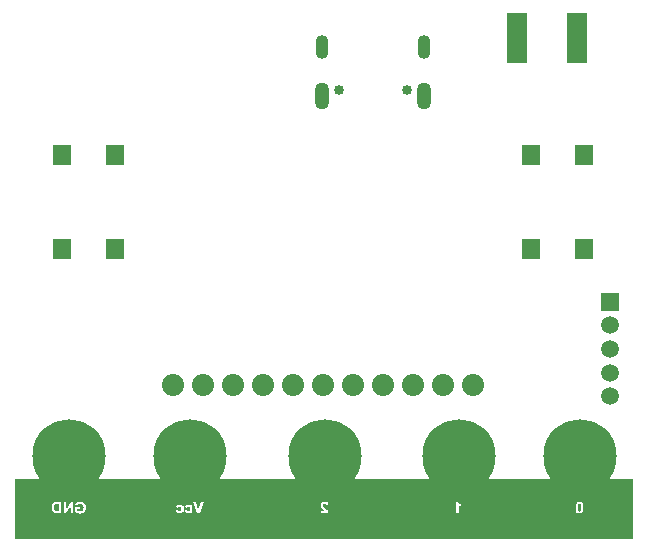
<source format=gbs>
G04*
G04 #@! TF.GenerationSoftware,Altium Limited,Altium Designer,24.1.2 (44)*
G04*
G04 Layer_Color=16711935*
%FSLAX43Y43*%
%MOMM*%
G71*
G04*
G04 #@! TF.SameCoordinates,A9818493-9DB4-4393-B726-FC6D1410B1DB*
G04*
G04*
G04 #@! TF.FilePolarity,Negative*
G04*
G01*
G75*
%ADD30R,1.000X5.000*%
%ADD54R,1.724X4.264*%
%ADD59C,1.876*%
%ADD60C,1.500*%
%ADD61C,6.200*%
%ADD62C,0.850*%
%ADD63O,1.100X2.000*%
%ADD64O,1.250X2.300*%
%ADD65R,1.500X1.500*%
%ADD84R,1.500X1.750*%
G36*
X6716Y6459D02*
Y6437D01*
Y6416D01*
Y6395D01*
Y6374D01*
Y6353D01*
Y6332D01*
Y6310D01*
Y6289D01*
Y6268D01*
Y6247D01*
Y6226D01*
Y6205D01*
Y6183D01*
Y6162D01*
Y6141D01*
Y6120D01*
Y6099D01*
Y6078D01*
Y6056D01*
X2081D01*
Y6078D01*
Y6099D01*
Y6120D01*
Y6141D01*
Y6162D01*
Y6183D01*
Y6205D01*
Y6226D01*
Y6247D01*
Y6268D01*
Y6289D01*
Y6310D01*
Y6332D01*
Y6353D01*
Y6374D01*
Y6395D01*
Y6416D01*
Y6437D01*
Y6459D01*
Y6480D01*
X6716D01*
Y6459D01*
D02*
G37*
G36*
X28306D02*
Y6437D01*
Y6416D01*
Y6395D01*
Y6374D01*
Y6353D01*
Y6332D01*
Y6310D01*
Y6289D01*
Y6268D01*
Y6247D01*
Y6226D01*
Y6205D01*
Y6183D01*
Y6162D01*
Y6141D01*
Y6120D01*
Y6099D01*
Y6078D01*
Y6056D01*
Y6035D01*
Y6014D01*
Y5993D01*
Y5972D01*
Y5951D01*
Y5929D01*
Y5908D01*
Y5887D01*
Y5866D01*
X23694D01*
Y5887D01*
Y5908D01*
Y5929D01*
Y5951D01*
Y5972D01*
Y5993D01*
Y6014D01*
Y6035D01*
Y6056D01*
Y6078D01*
Y6099D01*
Y6120D01*
Y6141D01*
Y6162D01*
Y6183D01*
Y6205D01*
Y6226D01*
Y6247D01*
Y6268D01*
Y6289D01*
Y6310D01*
Y6332D01*
Y6353D01*
Y6374D01*
Y6395D01*
Y6416D01*
Y6437D01*
Y6459D01*
Y6480D01*
X28306D01*
Y6459D01*
D02*
G37*
G36*
X49896D02*
Y6437D01*
Y6416D01*
Y6395D01*
Y6374D01*
Y6353D01*
Y6332D01*
Y6310D01*
Y6289D01*
Y6268D01*
Y6247D01*
Y6226D01*
Y6205D01*
Y6183D01*
Y6162D01*
Y6141D01*
Y6120D01*
Y6099D01*
Y6078D01*
Y6056D01*
Y6035D01*
Y6014D01*
Y5993D01*
Y5972D01*
Y5951D01*
Y5929D01*
Y5908D01*
Y5887D01*
Y5866D01*
Y5845D01*
Y5824D01*
Y5802D01*
Y5781D01*
Y5760D01*
Y5739D01*
Y5718D01*
X45284D01*
Y5739D01*
Y5760D01*
Y5781D01*
Y5802D01*
Y5824D01*
Y5845D01*
Y5866D01*
Y5887D01*
Y5908D01*
Y5929D01*
Y5951D01*
Y5972D01*
Y5993D01*
Y6014D01*
Y6035D01*
Y6056D01*
Y6078D01*
Y6099D01*
Y6120D01*
Y6141D01*
Y6162D01*
Y6183D01*
Y6205D01*
Y6226D01*
Y6247D01*
Y6268D01*
Y6289D01*
Y6310D01*
Y6332D01*
Y6353D01*
Y6374D01*
Y6395D01*
Y6416D01*
Y6437D01*
Y6459D01*
Y6480D01*
X49896D01*
Y6459D01*
D02*
G37*
G36*
X39696D02*
Y6437D01*
Y6416D01*
Y6395D01*
Y6374D01*
Y6353D01*
Y6332D01*
Y6310D01*
Y6289D01*
Y6268D01*
Y6247D01*
Y6226D01*
Y6205D01*
Y6183D01*
Y6162D01*
Y6141D01*
Y6120D01*
Y6099D01*
Y6078D01*
Y6056D01*
Y6035D01*
Y6014D01*
Y5993D01*
Y5972D01*
Y5951D01*
Y5929D01*
Y5908D01*
Y5887D01*
Y5866D01*
Y5845D01*
Y5824D01*
Y5802D01*
Y5781D01*
Y5760D01*
Y5739D01*
Y5718D01*
Y5697D01*
Y5675D01*
Y5654D01*
Y5633D01*
Y5612D01*
Y5591D01*
Y5570D01*
Y5548D01*
Y5527D01*
Y5506D01*
Y5485D01*
Y5464D01*
Y5443D01*
Y5421D01*
X35081D01*
Y5443D01*
Y5464D01*
Y5485D01*
Y5506D01*
Y5527D01*
Y5548D01*
Y5570D01*
Y5591D01*
Y5612D01*
Y5633D01*
Y5654D01*
Y5675D01*
Y5697D01*
Y5718D01*
Y5739D01*
Y5760D01*
Y5781D01*
Y5802D01*
Y5824D01*
Y5845D01*
Y5866D01*
Y5887D01*
Y5908D01*
Y5929D01*
Y5951D01*
Y5972D01*
Y5993D01*
Y6014D01*
Y6035D01*
Y6056D01*
Y6078D01*
Y6099D01*
Y6120D01*
Y6141D01*
Y6162D01*
Y6183D01*
Y6205D01*
Y6226D01*
Y6247D01*
Y6268D01*
Y6289D01*
Y6310D01*
Y6332D01*
Y6353D01*
Y6374D01*
Y6395D01*
Y6416D01*
Y6437D01*
Y6459D01*
Y6480D01*
X39696D01*
Y6459D01*
D02*
G37*
G36*
X16899D02*
Y6437D01*
Y6416D01*
Y6395D01*
Y6374D01*
Y6353D01*
Y6332D01*
Y6310D01*
Y6289D01*
Y6268D01*
Y6247D01*
Y6226D01*
Y6205D01*
Y6183D01*
Y6162D01*
Y6141D01*
Y6120D01*
Y6099D01*
Y6078D01*
Y6056D01*
Y6035D01*
Y6014D01*
Y5993D01*
Y5972D01*
Y5951D01*
Y5929D01*
Y5908D01*
Y5887D01*
Y5866D01*
Y5845D01*
Y5824D01*
Y5802D01*
Y5781D01*
Y5760D01*
Y5739D01*
Y5718D01*
Y5697D01*
Y5675D01*
Y5654D01*
Y5633D01*
Y5612D01*
Y5591D01*
Y5570D01*
Y5548D01*
Y5527D01*
Y5506D01*
Y5485D01*
Y5464D01*
Y5443D01*
Y5421D01*
Y5400D01*
Y5379D01*
X12284D01*
Y5400D01*
Y5421D01*
Y5443D01*
Y5464D01*
Y5485D01*
Y5506D01*
Y5527D01*
Y5548D01*
Y5570D01*
Y5591D01*
Y5612D01*
Y5633D01*
Y5654D01*
Y5675D01*
Y5697D01*
Y5718D01*
Y5739D01*
Y5760D01*
Y5781D01*
Y5802D01*
Y5824D01*
Y5845D01*
Y5866D01*
Y5887D01*
Y5908D01*
Y5929D01*
Y5951D01*
Y5972D01*
Y5993D01*
Y6014D01*
Y6035D01*
Y6056D01*
Y6078D01*
Y6099D01*
Y6120D01*
Y6141D01*
Y6162D01*
Y6183D01*
Y6205D01*
Y6226D01*
Y6247D01*
Y6268D01*
Y6289D01*
Y6310D01*
Y6332D01*
Y6353D01*
Y6374D01*
Y6395D01*
Y6416D01*
Y6437D01*
Y6459D01*
Y6480D01*
X16899D01*
Y6459D01*
D02*
G37*
G36*
X49900Y5030D02*
X52162D01*
Y-50D01*
X49622D01*
Y-40D01*
X45558D01*
Y-50D01*
X39462D01*
Y-40D01*
X35398D01*
Y-50D01*
X28032D01*
Y-40D01*
X23968D01*
Y-50D01*
X16602D01*
Y-40D01*
X12855D01*
Y-50D01*
X6505D01*
Y-40D01*
X2378D01*
Y-50D01*
X-162D01*
Y5030D01*
X2050D01*
Y5235D01*
X6660D01*
Y5030D01*
X12290D01*
Y5235D01*
X16900D01*
Y5030D01*
X23700D01*
Y5235D01*
X28310D01*
Y5030D01*
X35080D01*
Y5235D01*
X39690D01*
Y5030D01*
X45290D01*
Y5235D01*
X49900D01*
Y5030D01*
D02*
G37*
%LPC*%
G36*
X37599Y3087D02*
D01*
Y2840D01*
X37598D01*
X37596Y2841D01*
X37592Y2842D01*
X37586Y2844D01*
X37579Y2847D01*
X37572Y2850D01*
X37562Y2855D01*
X37551Y2860D01*
X37528Y2872D01*
X37502Y2887D01*
X37472Y2906D01*
X37441Y2930D01*
X37439Y2931D01*
X37436Y2933D01*
X37432Y2936D01*
X37427Y2941D01*
X37419Y2948D01*
X37412Y2956D01*
X37404Y2965D01*
X37394Y2975D01*
X37374Y2998D01*
X37355Y3025D01*
X37337Y3054D01*
X37330Y3070D01*
X37323Y3087D01*
X37599D01*
X37171D01*
Y2109D01*
X37358D01*
Y2811D01*
X37359Y2810D01*
X37362Y2807D01*
X37369Y2802D01*
X37376Y2795D01*
X37386Y2788D01*
X37398Y2779D01*
X37411Y2768D01*
X37427Y2757D01*
X37444Y2746D01*
X37462Y2734D01*
X37482Y2723D01*
X37503Y2711D01*
X37525Y2699D01*
X37549Y2689D01*
X37574Y2679D01*
X37599Y2670D01*
Y2109D01*
D01*
D01*
Y3087D01*
D02*
G37*
G36*
X26333D02*
X26008D01*
X26333D01*
Y2110D01*
X26331Y2113D01*
Y2118D01*
X26330Y2126D01*
X26328Y2134D01*
X26326Y2145D01*
X26324Y2156D01*
X26321Y2169D01*
X26312Y2197D01*
X26301Y2229D01*
X26287Y2262D01*
X26269Y2295D01*
X26268Y2296D01*
X26267Y2299D01*
X26263Y2304D01*
X26259Y2310D01*
X26252Y2319D01*
X26244Y2331D01*
X26234Y2342D01*
X26223Y2357D01*
X26210Y2373D01*
X26194Y2390D01*
X26177Y2410D01*
X26158Y2430D01*
X26137Y2452D01*
X26113Y2476D01*
X26087Y2502D01*
X26059Y2528D01*
X26058Y2529D01*
X26054Y2533D01*
X26047Y2540D01*
X26039Y2547D01*
X26028Y2557D01*
X26018Y2567D01*
X26005Y2580D01*
X25992Y2593D01*
X25965Y2619D01*
X25939Y2645D01*
X25929Y2657D01*
X25918Y2669D01*
X25910Y2679D01*
X25904Y2688D01*
Y2689D01*
X25901Y2690D01*
X25900Y2693D01*
X25897Y2697D01*
X25891Y2709D01*
X25883Y2724D01*
X25877Y2740D01*
X25871Y2760D01*
X25867Y2781D01*
X25864Y2802D01*
Y2803D01*
Y2805D01*
Y2808D01*
Y2812D01*
X25867Y2823D01*
X25869Y2838D01*
X25873Y2853D01*
X25878Y2868D01*
X25887Y2884D01*
X25898Y2898D01*
X25899Y2899D01*
X25905Y2903D01*
X25912Y2909D01*
X25923Y2915D01*
X25936Y2921D01*
X25952Y2926D01*
X25970Y2931D01*
X25991Y2932D01*
X26001D01*
X26011Y2930D01*
X26025Y2928D01*
X26040Y2923D01*
X26056Y2917D01*
X26072Y2907D01*
X26085Y2896D01*
X26086Y2894D01*
X26091Y2889D01*
X26096Y2881D01*
X26103Y2868D01*
X26110Y2853D01*
X26116Y2832D01*
X26121Y2808D01*
X26123Y2794D01*
X26124Y2780D01*
X26310Y2798D01*
Y2800D01*
X26309Y2804D01*
X26308Y2812D01*
X26306Y2823D01*
X26304Y2836D01*
X26301Y2850D01*
X26297Y2866D01*
X26291Y2883D01*
X26285Y2901D01*
X26278Y2919D01*
X26269Y2938D01*
X26260Y2956D01*
X26249Y2974D01*
X26236Y2991D01*
X26223Y3006D01*
X26207Y3019D01*
X26206Y3021D01*
X26203Y3023D01*
X26197Y3026D01*
X26191Y3030D01*
X26182Y3035D01*
X26172Y3041D01*
X26160Y3047D01*
X26147Y3053D01*
X26131Y3060D01*
X26115Y3066D01*
X26097Y3071D01*
X26077Y3077D01*
X26057Y3081D01*
X26035Y3084D01*
X26011Y3086D01*
X25987Y3087D01*
X25677D01*
X25973D01*
X25963Y3086D01*
X25951Y3085D01*
X25937Y3083D01*
X25921Y3081D01*
X25905Y3078D01*
X25887Y3073D01*
X25869Y3068D01*
X25850Y3062D01*
X25831Y3054D01*
X25813Y3045D01*
X25795Y3034D01*
X25777Y3023D01*
X25761Y3009D01*
X25760Y3008D01*
X25758Y3006D01*
X25753Y3000D01*
X25748Y2995D01*
X25742Y2988D01*
X25734Y2978D01*
X25727Y2968D01*
X25719Y2955D01*
X25711Y2942D01*
X25704Y2928D01*
X25696Y2912D01*
X25690Y2895D01*
X25685Y2876D01*
X25681Y2857D01*
X25678Y2837D01*
X25677Y2816D01*
Y2804D01*
X25678Y2799D01*
Y2791D01*
X25681Y2775D01*
X25684Y2755D01*
X25688Y2734D01*
X25693Y2712D01*
X25702Y2690D01*
Y2689D01*
X25703Y2688D01*
X25704Y2683D01*
X25706Y2679D01*
X25709Y2674D01*
X25712Y2668D01*
X25720Y2652D01*
X25730Y2634D01*
X25743Y2613D01*
X25759Y2589D01*
X25777Y2565D01*
X25779Y2563D01*
X25783Y2557D01*
X25793Y2547D01*
X25804Y2533D01*
X25813Y2525D01*
X25821Y2515D01*
X25832Y2506D01*
X25842Y2494D01*
X25855Y2483D01*
X25869Y2469D01*
X25883Y2455D01*
X25899Y2440D01*
X25900Y2439D01*
X25904Y2437D01*
X25908Y2433D01*
X25913Y2428D01*
X25920Y2421D01*
X25929Y2414D01*
X25947Y2397D01*
X25966Y2379D01*
X25984Y2361D01*
X25992Y2353D01*
X26000Y2345D01*
X26006Y2338D01*
X26011Y2333D01*
X26012Y2332D01*
X26016Y2328D01*
X26020Y2323D01*
X26025Y2317D01*
X26030Y2308D01*
X26037Y2300D01*
X26049Y2282D01*
X25677D01*
Y2109D01*
X26333D01*
Y3087D01*
D02*
G37*
G36*
X47595Y3096D02*
X47589D01*
X47582Y3095D01*
X47572D01*
X47561Y3093D01*
X47547Y3091D01*
X47531Y3088D01*
X47514Y3083D01*
X47497Y3078D01*
X47479Y3072D01*
X47460Y3063D01*
X47442Y3054D01*
X47424Y3042D01*
X47406Y3028D01*
X47389Y3013D01*
X47374Y2995D01*
X47373Y2994D01*
X47369Y2989D01*
X47365Y2982D01*
X47359Y2971D01*
X47351Y2959D01*
X47343Y2942D01*
X47334Y2923D01*
X47326Y2900D01*
X47318Y2874D01*
X47308Y2845D01*
X47301Y2812D01*
X47293Y2776D01*
X47287Y2737D01*
X47283Y2693D01*
X47280Y2647D01*
X47278Y2597D01*
Y2100D01*
D01*
Y2578D01*
X47280Y2571D01*
Y2562D01*
Y2552D01*
X47282Y2530D01*
X47284Y2503D01*
X47287Y2475D01*
X47290Y2444D01*
X47295Y2411D01*
X47302Y2379D01*
X47310Y2345D01*
X47319Y2312D01*
X47330Y2281D01*
X47343Y2251D01*
X47358Y2223D01*
X47375Y2199D01*
X47376Y2198D01*
X47378Y2195D01*
X47383Y2189D01*
X47389Y2183D01*
X47397Y2176D01*
X47407Y2167D01*
X47419Y2159D01*
X47432Y2149D01*
X47446Y2140D01*
X47463Y2131D01*
X47481Y2123D01*
X47501Y2115D01*
X47523Y2109D01*
X47546Y2104D01*
X47570Y2101D01*
X47595Y2100D01*
X47278D01*
X47602D01*
X47609Y2101D01*
X47619Y2102D01*
X47631Y2103D01*
X47645Y2105D01*
X47661Y2109D01*
X47678Y2113D01*
X47696Y2119D01*
X47714Y2126D01*
X47733Y2136D01*
X47752Y2145D01*
X47771Y2158D01*
X47790Y2173D01*
X47808Y2189D01*
X47825Y2208D01*
X47826Y2210D01*
X47828Y2214D01*
X47833Y2220D01*
X47839Y2230D01*
X47845Y2242D01*
X47852Y2258D01*
X47860Y2277D01*
X47868Y2298D01*
X47877Y2324D01*
X47884Y2352D01*
X47891Y2384D01*
X47898Y2420D01*
X47903Y2459D01*
X47907Y2502D01*
X47910Y2549D01*
X47911Y2599D01*
Y2537D01*
Y2628D01*
Y2618D01*
X47910Y2626D01*
Y2634D01*
Y2644D01*
X47908Y2667D01*
X47906Y2692D01*
X47903Y2721D01*
X47900Y2752D01*
X47895Y2784D01*
X47888Y2817D01*
X47881Y2850D01*
X47871Y2883D01*
X47861Y2914D01*
X47848Y2944D01*
X47833Y2971D01*
X47816Y2996D01*
X47815Y2997D01*
X47812Y3000D01*
X47808Y3005D01*
X47802Y3012D01*
X47793Y3019D01*
X47784Y3027D01*
X47772Y3037D01*
X47759Y3046D01*
X47744Y3055D01*
X47728Y3064D01*
X47710Y3073D01*
X47690Y3080D01*
X47668Y3087D01*
X47645Y3092D01*
X47621Y3095D01*
X47595Y3096D01*
D02*
G37*
G36*
X14824Y2841D02*
D01*
Y2477D01*
X14823Y2487D01*
Y2499D01*
X14821Y2513D01*
X14818Y2530D01*
X14816Y2549D01*
X14812Y2570D01*
X14807Y2592D01*
X14802Y2614D01*
X14794Y2636D01*
X14785Y2659D01*
X14774Y2681D01*
X14762Y2704D01*
X14748Y2724D01*
X14732Y2743D01*
X14731Y2744D01*
X14728Y2747D01*
X14722Y2752D01*
X14715Y2758D01*
X14705Y2766D01*
X14695Y2773D01*
X14681Y2783D01*
X14666Y2792D01*
X14649Y2801D01*
X14630Y2810D01*
X14610Y2818D01*
X14588Y2826D01*
X14564Y2831D01*
X14538Y2837D01*
X14511Y2840D01*
X14482Y2841D01*
X14158D01*
X14470D01*
X14461Y2840D01*
X14450Y2839D01*
X14438Y2838D01*
X14423Y2837D01*
X14409Y2833D01*
X14376Y2827D01*
X14342Y2818D01*
X14325Y2811D01*
X14308Y2804D01*
X14292Y2794D01*
X14278Y2785D01*
X14276Y2784D01*
X14274Y2783D01*
X14270Y2780D01*
X14265Y2774D01*
X14258Y2769D01*
X14251Y2762D01*
X14244Y2753D01*
X14235Y2744D01*
X14227Y2732D01*
X14217Y2719D01*
X14208Y2706D01*
X14199Y2691D01*
X14190Y2674D01*
X14182Y2657D01*
X14174Y2637D01*
X14168Y2617D01*
X14351Y2584D01*
Y2585D01*
Y2586D01*
X14354Y2593D01*
X14357Y2603D01*
X14360Y2615D01*
X14366Y2627D01*
X14374Y2641D01*
X14383Y2654D01*
X14395Y2665D01*
X14396Y2667D01*
X14401Y2670D01*
X14407Y2675D01*
X14418Y2680D01*
X14430Y2684D01*
X14444Y2690D01*
X14461Y2693D01*
X14480Y2694D01*
X14487D01*
X14492Y2693D01*
X14497D01*
X14505Y2692D01*
X14521Y2688D01*
X14538Y2682D01*
X14556Y2674D01*
X14574Y2661D01*
X14583Y2654D01*
X14591Y2645D01*
Y2644D01*
X14593Y2643D01*
X14596Y2640D01*
X14598Y2636D01*
X14601Y2631D01*
X14604Y2624D01*
X14608Y2616D01*
X14611Y2607D01*
X14616Y2597D01*
X14620Y2584D01*
X14623Y2571D01*
X14626Y2557D01*
X14628Y2541D01*
X14630Y2523D01*
X14633Y2504D01*
Y2484D01*
Y2483D01*
Y2478D01*
Y2472D01*
X14631Y2464D01*
Y2453D01*
X14630Y2441D01*
X14629Y2429D01*
X14627Y2414D01*
X14622Y2385D01*
X14616Y2356D01*
X14610Y2342D01*
X14605Y2328D01*
X14599Y2317D01*
X14591Y2306D01*
Y2305D01*
X14589Y2304D01*
X14584Y2298D01*
X14574Y2290D01*
X14561Y2281D01*
X14545Y2271D01*
X14526Y2263D01*
X14503Y2257D01*
X14490Y2256D01*
X14477Y2254D01*
X14469D01*
X14458Y2257D01*
X14447Y2259D01*
X14433Y2262D01*
X14418Y2267D01*
X14404Y2275D01*
X14391Y2284D01*
X14389Y2285D01*
X14385Y2290D01*
X14379Y2298D01*
X14372Y2308D01*
X14364Y2323D01*
X14356Y2341D01*
X14348Y2363D01*
X14342Y2389D01*
X14158Y2357D01*
Y2356D01*
X14159Y2352D01*
X14161Y2345D01*
X14164Y2336D01*
X14168Y2325D01*
X14172Y2314D01*
X14177Y2300D01*
X14183Y2285D01*
X14198Y2254D01*
X14207Y2239D01*
X14217Y2223D01*
X14229Y2207D01*
X14241Y2192D01*
X14254Y2178D01*
X14269Y2166D01*
X14270Y2165D01*
X14272Y2163D01*
X14278Y2159D01*
X14284Y2156D01*
X14292Y2151D01*
X14302Y2146D01*
X14313Y2140D01*
X14326Y2134D01*
X14341Y2128D01*
X14357Y2122D01*
X14375Y2117D01*
X14395Y2112D01*
X14415Y2109D01*
X14437Y2105D01*
X14460Y2103D01*
X14486Y2102D01*
X14158D01*
X14492D01*
X14500Y2103D01*
X14511D01*
X14524Y2105D01*
X14540Y2108D01*
X14556Y2111D01*
X14574Y2115D01*
X14593Y2119D01*
X14614Y2126D01*
X14634Y2134D01*
X14655Y2144D01*
X14675Y2154D01*
X14695Y2168D01*
X14714Y2183D01*
X14732Y2200D01*
X14733Y2201D01*
X14736Y2204D01*
X14740Y2210D01*
X14747Y2217D01*
X14753Y2228D01*
X14760Y2240D01*
X14769Y2254D01*
X14777Y2270D01*
X14787Y2288D01*
X14794Y2308D01*
X14803Y2331D01*
X14809Y2355D01*
X14815Y2381D01*
X14820Y2409D01*
X14823Y2438D01*
X14824Y2470D01*
Y2102D01*
D01*
D01*
Y2841D01*
D02*
G37*
G36*
X14066D02*
D01*
Y2477D01*
X14065Y2487D01*
Y2499D01*
X14063Y2513D01*
X14061Y2530D01*
X14059Y2549D01*
X14055Y2570D01*
X14049Y2592D01*
X14044Y2614D01*
X14037Y2636D01*
X14027Y2659D01*
X14017Y2681D01*
X14005Y2704D01*
X13990Y2724D01*
X13974Y2743D01*
X13973Y2744D01*
X13970Y2747D01*
X13965Y2752D01*
X13957Y2758D01*
X13948Y2766D01*
X13937Y2773D01*
X13924Y2783D01*
X13909Y2792D01*
X13892Y2801D01*
X13873Y2810D01*
X13853Y2818D01*
X13831Y2826D01*
X13806Y2831D01*
X13781Y2837D01*
X13753Y2840D01*
X13725Y2841D01*
X13400D01*
X13712D01*
X13704Y2840D01*
X13692Y2839D01*
X13681Y2838D01*
X13666Y2837D01*
X13651Y2833D01*
X13618Y2827D01*
X13584Y2818D01*
X13567Y2811D01*
X13551Y2804D01*
X13535Y2794D01*
X13520Y2785D01*
X13519Y2784D01*
X13517Y2783D01*
X13512Y2780D01*
X13507Y2774D01*
X13501Y2769D01*
X13493Y2762D01*
X13486Y2753D01*
X13478Y2744D01*
X13469Y2732D01*
X13460Y2719D01*
X13450Y2706D01*
X13442Y2691D01*
X13432Y2674D01*
X13425Y2657D01*
X13416Y2637D01*
X13410Y2617D01*
X13594Y2584D01*
Y2585D01*
Y2586D01*
X13596Y2593D01*
X13599Y2603D01*
X13602Y2615D01*
X13609Y2627D01*
X13616Y2641D01*
X13626Y2654D01*
X13637Y2665D01*
X13638Y2667D01*
X13644Y2670D01*
X13650Y2675D01*
X13660Y2680D01*
X13672Y2684D01*
X13687Y2690D01*
X13704Y2693D01*
X13723Y2694D01*
X13729D01*
X13734Y2693D01*
X13740D01*
X13747Y2692D01*
X13763Y2688D01*
X13781Y2682D01*
X13799Y2674D01*
X13817Y2661D01*
X13825Y2654D01*
X13834Y2645D01*
Y2644D01*
X13836Y2643D01*
X13838Y2640D01*
X13840Y2636D01*
X13843Y2631D01*
X13846Y2624D01*
X13851Y2616D01*
X13854Y2607D01*
X13858Y2597D01*
X13862Y2584D01*
X13865Y2571D01*
X13869Y2557D01*
X13871Y2541D01*
X13873Y2523D01*
X13875Y2504D01*
Y2484D01*
Y2483D01*
Y2478D01*
Y2472D01*
X13874Y2464D01*
Y2453D01*
X13873Y2441D01*
X13872Y2429D01*
X13870Y2414D01*
X13864Y2385D01*
X13858Y2356D01*
X13853Y2342D01*
X13847Y2328D01*
X13841Y2317D01*
X13834Y2306D01*
Y2305D01*
X13832Y2304D01*
X13826Y2298D01*
X13817Y2290D01*
X13803Y2281D01*
X13787Y2271D01*
X13768Y2263D01*
X13745Y2257D01*
X13732Y2256D01*
X13720Y2254D01*
X13711D01*
X13701Y2257D01*
X13689Y2259D01*
X13675Y2262D01*
X13660Y2267D01*
X13647Y2275D01*
X13633Y2284D01*
X13632Y2285D01*
X13628Y2290D01*
X13621Y2298D01*
X13614Y2308D01*
X13607Y2323D01*
X13598Y2341D01*
X13591Y2363D01*
X13584Y2389D01*
X13400Y2357D01*
Y2356D01*
X13402Y2352D01*
X13404Y2345D01*
X13407Y2336D01*
X13410Y2325D01*
X13414Y2314D01*
X13420Y2300D01*
X13426Y2285D01*
X13441Y2254D01*
X13449Y2239D01*
X13460Y2223D01*
X13471Y2207D01*
X13483Y2192D01*
X13497Y2178D01*
X13511Y2166D01*
X13512Y2165D01*
X13515Y2163D01*
X13520Y2159D01*
X13526Y2156D01*
X13535Y2151D01*
X13544Y2146D01*
X13556Y2140D01*
X13568Y2134D01*
X13583Y2128D01*
X13599Y2122D01*
X13617Y2117D01*
X13637Y2112D01*
X13657Y2109D01*
X13679Y2105D01*
X13703Y2103D01*
X13728Y2102D01*
X13400D01*
X13734D01*
X13743Y2103D01*
X13753D01*
X13766Y2105D01*
X13782Y2108D01*
X13799Y2111D01*
X13817Y2115D01*
X13836Y2119D01*
X13856Y2126D01*
X13876Y2134D01*
X13897Y2144D01*
X13917Y2154D01*
X13937Y2168D01*
X13956Y2183D01*
X13974Y2200D01*
X13975Y2201D01*
X13978Y2204D01*
X13983Y2210D01*
X13989Y2217D01*
X13995Y2228D01*
X14003Y2240D01*
X14011Y2254D01*
X14020Y2270D01*
X14029Y2288D01*
X14037Y2308D01*
X14045Y2331D01*
X14051Y2355D01*
X14058Y2381D01*
X14062Y2409D01*
X14065Y2438D01*
X14066Y2470D01*
Y2102D01*
D01*
D01*
Y2841D01*
D02*
G37*
G36*
X4706Y3087D02*
X4161D01*
X4516D01*
X4115Y2431D01*
Y3087D01*
X3933D01*
Y2111D01*
X4129D01*
X4525Y2752D01*
Y2111D01*
X4706D01*
Y3087D01*
D02*
G37*
G36*
X15790Y3093D02*
X15577D01*
X15330Y2372D01*
X15091Y3093D01*
X15261D01*
X14882D01*
D01*
X15231Y2118D01*
X15442D01*
X15790Y3093D01*
D02*
G37*
G36*
X5802Y3102D02*
X4890D01*
X5300D01*
X5289Y3101D01*
X5273Y3100D01*
X5255Y3098D01*
X5236Y3096D01*
X5215Y3093D01*
X5192Y3089D01*
X5169Y3083D01*
X5146Y3078D01*
X5122Y3071D01*
X5098Y3061D01*
X5076Y3052D01*
X5055Y3040D01*
X5035Y3026D01*
X5034Y3025D01*
X5031Y3023D01*
X5025Y3019D01*
X5018Y3013D01*
X5011Y3004D01*
X5001Y2996D01*
X4991Y2984D01*
X4980Y2971D01*
X4968Y2958D01*
X4958Y2942D01*
X4946Y2924D01*
X4936Y2906D01*
X4926Y2886D01*
X4917Y2864D01*
X4909Y2840D01*
X4903Y2816D01*
X5098Y2779D01*
Y2780D01*
X5099Y2782D01*
X5100Y2786D01*
X5103Y2791D01*
X5105Y2797D01*
X5108Y2804D01*
X5116Y2820D01*
X5127Y2838D01*
X5141Y2857D01*
X5156Y2875D01*
X5177Y2892D01*
X5178D01*
X5179Y2894D01*
X5182Y2896D01*
X5187Y2898D01*
X5192Y2902D01*
X5199Y2906D01*
X5207Y2909D01*
X5216Y2913D01*
X5236Y2921D01*
X5260Y2928D01*
X5287Y2932D01*
X5318Y2934D01*
X5331D01*
X5339Y2933D01*
X5350Y2932D01*
X5362Y2930D01*
X5377Y2927D01*
X5392Y2924D01*
X5408Y2920D01*
X5425Y2914D01*
X5442Y2908D01*
X5459Y2900D01*
X5476Y2890D01*
X5492Y2879D01*
X5508Y2867D01*
X5523Y2852D01*
X5524Y2851D01*
X5526Y2848D01*
X5530Y2844D01*
X5535Y2836D01*
X5541Y2828D01*
X5547Y2817D01*
X5554Y2805D01*
X5561Y2791D01*
X5569Y2775D01*
X5575Y2757D01*
X5581Y2737D01*
X5588Y2715D01*
X5592Y2691D01*
X5596Y2666D01*
X5598Y2639D01*
X5599Y2609D01*
Y2607D01*
Y2602D01*
X5598Y2592D01*
Y2580D01*
X5597Y2566D01*
X5595Y2550D01*
X5593Y2531D01*
X5590Y2511D01*
X5585Y2491D01*
X5580Y2468D01*
X5574Y2447D01*
X5566Y2425D01*
X5558Y2404D01*
X5547Y2384D01*
X5536Y2365D01*
X5522Y2348D01*
X5521Y2347D01*
X5519Y2345D01*
X5514Y2340D01*
X5508Y2334D01*
X5500Y2328D01*
X5491Y2320D01*
X5480Y2313D01*
X5468Y2305D01*
X5454Y2296D01*
X5439Y2289D01*
X5423Y2281D01*
X5405Y2275D01*
X5385Y2270D01*
X5365Y2266D01*
X5343Y2262D01*
X5320Y2261D01*
X5310D01*
X5304Y2262D01*
X5297D01*
X5281Y2264D01*
X5262Y2268D01*
X5242Y2272D01*
X5220Y2277D01*
X5197Y2286D01*
X5196D01*
X5193Y2287D01*
X5190Y2288D01*
X5186Y2290D01*
X5174Y2295D01*
X5160Y2303D01*
X5143Y2311D01*
X5125Y2320D01*
X5107Y2331D01*
X5089Y2344D01*
Y2468D01*
X5314D01*
Y2633D01*
X4890D01*
Y2243D01*
X4891Y2242D01*
X4893Y2241D01*
X4897Y2238D01*
X4902Y2234D01*
X4908Y2229D01*
X4916Y2222D01*
X4925Y2216D01*
X4936Y2208D01*
X4948Y2200D01*
X4961Y2192D01*
X4976Y2183D01*
X4993Y2175D01*
X5010Y2165D01*
X5029Y2157D01*
X5049Y2147D01*
X5070Y2139D01*
X5071D01*
X5075Y2137D01*
X5081Y2135D01*
X5090Y2131D01*
X5100Y2128D01*
X5113Y2124D01*
X5128Y2121D01*
X5144Y2117D01*
X5161Y2112D01*
X5180Y2108D01*
X5199Y2104D01*
X5220Y2101D01*
X5263Y2095D01*
X5285Y2094D01*
X5308Y2093D01*
X5322D01*
X5333Y2094D01*
X5347Y2095D01*
X5362Y2096D01*
X5379Y2099D01*
X5398Y2102D01*
X5418Y2105D01*
X5440Y2109D01*
X5462Y2114D01*
X5485Y2120D01*
X5508Y2127D01*
X5530Y2136D01*
X5553Y2145D01*
X5575Y2157D01*
X5576Y2158D01*
X5580Y2160D01*
X5585Y2163D01*
X5594Y2168D01*
X5602Y2176D01*
X5614Y2183D01*
X5626Y2193D01*
X5638Y2204D01*
X5652Y2216D01*
X5666Y2230D01*
X5681Y2245D01*
X5694Y2261D01*
X5708Y2279D01*
X5722Y2298D01*
X5733Y2318D01*
X5745Y2341D01*
X5746Y2342D01*
X5747Y2346D01*
X5750Y2352D01*
X5753Y2362D01*
X5758Y2372D01*
X5763Y2386D01*
X5768Y2401D01*
X5774Y2418D01*
X5779Y2437D01*
X5784Y2457D01*
X5788Y2478D01*
X5794Y2500D01*
X5797Y2524D01*
X5800Y2549D01*
X5801Y2574D01*
X5802Y2601D01*
Y2615D01*
X5801Y2626D01*
X5800Y2640D01*
X5799Y2655D01*
X5797Y2672D01*
X5794Y2691D01*
X5790Y2711D01*
X5786Y2734D01*
X5781Y2756D01*
X5776Y2779D01*
X5768Y2802D01*
X5760Y2826D01*
X5750Y2849D01*
X5739Y2871D01*
X5738Y2872D01*
X5735Y2876D01*
X5732Y2883D01*
X5727Y2891D01*
X5720Y2901D01*
X5712Y2912D01*
X5703Y2925D01*
X5691Y2939D01*
X5679Y2953D01*
X5665Y2968D01*
X5650Y2983D01*
X5633Y2999D01*
X5615Y3014D01*
X5595Y3027D01*
X5574Y3041D01*
X5552Y3054D01*
X5551Y3055D01*
X5547Y3056D01*
X5542Y3058D01*
X5535Y3061D01*
X5525Y3065D01*
X5515Y3070D01*
X5502Y3074D01*
X5487Y3078D01*
X5471Y3082D01*
X5453Y3087D01*
X5434Y3091D01*
X5413Y3095D01*
X5391Y3098D01*
X5368Y3100D01*
X5343Y3102D01*
X5802D01*
D01*
D02*
G37*
G36*
X15790Y3093D02*
D01*
Y2118D01*
D01*
D01*
Y3093D01*
D02*
G37*
G36*
X3725Y3087D02*
X2908D01*
X3345D01*
X3335Y3086D01*
X3310D01*
X3297Y3084D01*
X3267Y3082D01*
X3237Y3078D01*
X3207Y3074D01*
X3193Y3071D01*
X3181Y3068D01*
X3179D01*
X3176Y3066D01*
X3172Y3064D01*
X3166Y3062D01*
X3158Y3060D01*
X3150Y3056D01*
X3130Y3046D01*
X3107Y3035D01*
X3082Y3019D01*
X3058Y3000D01*
X3034Y2978D01*
X3033Y2977D01*
X3030Y2975D01*
X3027Y2971D01*
X3023Y2966D01*
X3019Y2960D01*
X3013Y2952D01*
X3006Y2944D01*
X2999Y2933D01*
X2991Y2923D01*
X2984Y2911D01*
X2968Y2884D01*
X2953Y2853D01*
X2941Y2819D01*
Y2818D01*
X2940Y2815D01*
X2938Y2810D01*
X2935Y2802D01*
X2933Y2794D01*
X2930Y2782D01*
X2927Y2770D01*
X2924Y2756D01*
X2922Y2740D01*
X2918Y2722D01*
X2915Y2703D01*
X2913Y2683D01*
X2911Y2661D01*
X2909Y2639D01*
X2908Y2614D01*
Y2569D01*
X2909Y2558D01*
Y2547D01*
X2910Y2533D01*
X2912Y2518D01*
X2915Y2485D01*
X2921Y2450D01*
X2928Y2416D01*
X2939Y2382D01*
Y2381D01*
X2941Y2378D01*
X2943Y2371D01*
X2945Y2364D01*
X2949Y2355D01*
X2953Y2345D01*
X2959Y2333D01*
X2965Y2320D01*
X2980Y2293D01*
X2998Y2264D01*
X3019Y2236D01*
X3043Y2210D01*
X3044Y2208D01*
X3045Y2207D01*
X3048Y2204D01*
X3053Y2201D01*
X3058Y2197D01*
X3063Y2192D01*
X3071Y2186D01*
X3079Y2181D01*
X3099Y2168D01*
X3122Y2156D01*
X3150Y2143D01*
X3181Y2131D01*
X3182D01*
X3184Y2130D01*
X3187Y2129D01*
X3192Y2128D01*
X3198Y2127D01*
X3207Y2125D01*
X3216Y2123D01*
X3227Y2122D01*
X3239Y2120D01*
X3251Y2118D01*
X3266Y2115D01*
X3282Y2114D01*
X3298Y2113D01*
X3316Y2112D01*
X3335Y2111D01*
X3725D01*
Y3087D01*
D02*
G37*
%LPD*%
G36*
X47607Y2940D02*
X47616Y2938D01*
X47625Y2935D01*
X47636Y2931D01*
X47645Y2926D01*
X47656Y2919D01*
X47657Y2917D01*
X47660Y2914D01*
X47665Y2909D01*
X47671Y2901D01*
X47677Y2890D01*
X47684Y2877D01*
X47691Y2860D01*
X47697Y2841D01*
Y2840D01*
X47698Y2838D01*
X47699Y2834D01*
X47700Y2828D01*
X47701Y2819D01*
X47703Y2810D01*
X47704Y2797D01*
X47706Y2783D01*
X47709Y2767D01*
X47710Y2749D01*
X47712Y2729D01*
X47713Y2707D01*
X47714Y2684D01*
X47715Y2657D01*
X47716Y2628D01*
Y2597D01*
Y2595D01*
Y2590D01*
Y2581D01*
Y2570D01*
X47715Y2555D01*
Y2539D01*
Y2522D01*
X47714Y2503D01*
X47712Y2464D01*
X47709Y2425D01*
X47706Y2406D01*
X47704Y2389D01*
X47702Y2374D01*
X47699Y2361D01*
Y2360D01*
X47698Y2357D01*
X47697Y2354D01*
X47696Y2350D01*
X47693Y2340D01*
X47687Y2327D01*
X47681Y2312D01*
X47674Y2298D01*
X47665Y2286D01*
X47656Y2276D01*
X47655Y2275D01*
X47651Y2273D01*
X47645Y2270D01*
X47638Y2266D01*
X47629Y2261D01*
X47619Y2258D01*
X47608Y2256D01*
X47595Y2255D01*
X47590D01*
X47584Y2256D01*
X47575Y2258D01*
X47566Y2260D01*
X47555Y2263D01*
X47546Y2269D01*
X47535Y2276D01*
X47534Y2277D01*
X47531Y2280D01*
X47526Y2286D01*
X47520Y2294D01*
X47513Y2305D01*
X47507Y2317D01*
X47500Y2334D01*
X47494Y2353D01*
Y2354D01*
X47493Y2356D01*
X47492Y2361D01*
X47491Y2367D01*
X47490Y2375D01*
X47488Y2385D01*
X47486Y2397D01*
X47483Y2410D01*
X47482Y2426D01*
X47480Y2444D01*
X47478Y2464D01*
X47477Y2486D01*
X47476Y2511D01*
X47475Y2537D01*
X47474Y2567D01*
Y2597D01*
Y2599D01*
Y2605D01*
Y2613D01*
Y2625D01*
Y2639D01*
X47475Y2655D01*
Y2672D01*
X47476Y2691D01*
X47478Y2730D01*
X47481Y2769D01*
X47483Y2788D01*
X47486Y2804D01*
X47489Y2819D01*
X47492Y2833D01*
Y2834D01*
X47493Y2836D01*
X47494Y2839D01*
X47495Y2844D01*
X47498Y2854D01*
X47504Y2868D01*
X47510Y2883D01*
X47517Y2896D01*
X47526Y2909D01*
X47535Y2919D01*
X47536Y2920D01*
X47539Y2922D01*
X47546Y2926D01*
X47552Y2930D01*
X47562Y2933D01*
X47572Y2938D01*
X47583Y2940D01*
X47595Y2941D01*
X47601D01*
X47607Y2940D01*
D02*
G37*
G36*
X3528Y2276D02*
X3353D01*
X3336Y2277D01*
X3316Y2278D01*
X3296Y2279D01*
X3278Y2281D01*
X3269Y2284D01*
X3262Y2285D01*
X3261D01*
X3260Y2286D01*
X3253Y2287D01*
X3245Y2290D01*
X3234Y2294D01*
X3222Y2300D01*
X3208Y2308D01*
X3195Y2316D01*
X3183Y2326D01*
X3182Y2327D01*
X3177Y2331D01*
X3171Y2338D01*
X3165Y2348D01*
X3156Y2362D01*
X3148Y2378D01*
X3139Y2397D01*
X3131Y2420D01*
Y2421D01*
X3130Y2423D01*
X3129Y2426D01*
X3128Y2431D01*
X3127Y2439D01*
X3125Y2446D01*
X3122Y2456D01*
X3120Y2466D01*
X3119Y2479D01*
X3117Y2493D01*
X3115Y2506D01*
X3114Y2522D01*
X3113Y2540D01*
X3112Y2558D01*
X3111Y2578D01*
Y2598D01*
Y2599D01*
Y2604D01*
Y2609D01*
Y2617D01*
X3112Y2627D01*
Y2637D01*
X3113Y2649D01*
Y2663D01*
X3116Y2690D01*
X3119Y2719D01*
X3125Y2747D01*
X3128Y2760D01*
X3131Y2772D01*
Y2773D01*
X3132Y2775D01*
X3133Y2778D01*
X3134Y2781D01*
X3139Y2793D01*
X3146Y2807D01*
X3153Y2821D01*
X3163Y2837D01*
X3174Y2852D01*
X3187Y2866D01*
X3189Y2867D01*
X3193Y2871D01*
X3202Y2877D01*
X3212Y2885D01*
X3225Y2892D01*
X3241Y2900D01*
X3259Y2907D01*
X3279Y2912D01*
X3281D01*
X3283Y2913D01*
X3287D01*
X3291Y2914D01*
X3298Y2915D01*
X3305Y2916D01*
X3315Y2917D01*
X3324D01*
X3336Y2919D01*
X3350Y2920D01*
X3364Y2921D01*
X3381D01*
X3399Y2922D01*
X3528D01*
Y2276D01*
D02*
G37*
D30*
X17745Y2450D02*
D03*
X11395D02*
D03*
X1235D02*
D03*
X10125D02*
D03*
X7585D02*
D03*
X8855D02*
D03*
X19015D02*
D03*
X21555D02*
D03*
X22825D02*
D03*
X20285D02*
D03*
X30445D02*
D03*
X29175D02*
D03*
X32985D02*
D03*
X34255D02*
D03*
X31715D02*
D03*
X41875D02*
D03*
X43145D02*
D03*
X40605D02*
D03*
X50765D02*
D03*
X44415D02*
D03*
D54*
X47340Y42368D02*
D03*
X42260D02*
D03*
D59*
X13195Y13000D02*
D03*
X15735D02*
D03*
X18275D02*
D03*
X20815D02*
D03*
X23355D02*
D03*
X25895D02*
D03*
X28435D02*
D03*
X30975D02*
D03*
X33515D02*
D03*
X36055D02*
D03*
X38595D02*
D03*
D60*
X50175Y14025D02*
D03*
Y12025D02*
D03*
Y16025D02*
D03*
Y18025D02*
D03*
D61*
X14595Y6950D02*
D03*
X4355D02*
D03*
X26005D02*
D03*
X47595D02*
D03*
X37385D02*
D03*
D62*
X32990Y37920D02*
D03*
X27210D02*
D03*
D63*
X25780Y41600D02*
D03*
X34420D02*
D03*
D64*
X25780Y37420D02*
D03*
X34420D02*
D03*
D65*
X50175Y20025D02*
D03*
D84*
X3750Y32475D02*
D03*
X8250D02*
D03*
X3750Y24525D02*
D03*
X8250D02*
D03*
X43500Y32475D02*
D03*
X48000D02*
D03*
X43500Y24525D02*
D03*
X48000D02*
D03*
M02*

</source>
